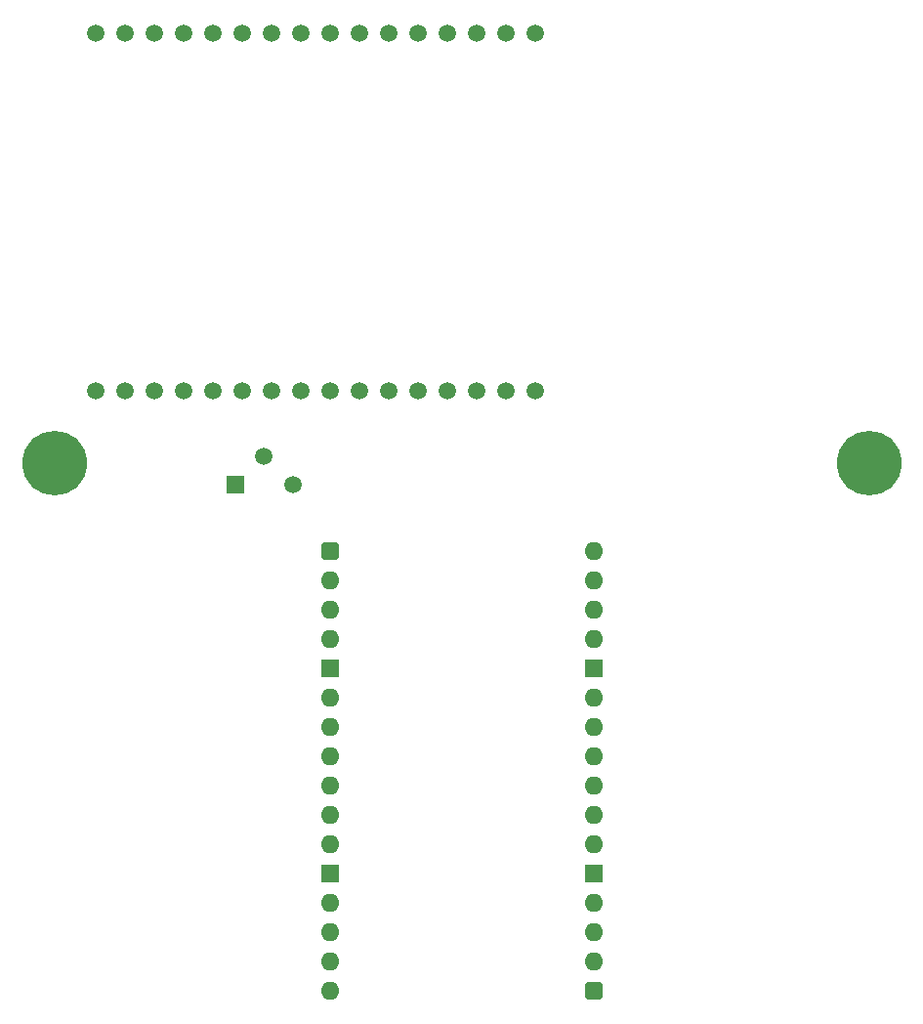
<source format=gbs>
%TF.GenerationSoftware,KiCad,Pcbnew,8.0.3*%
%TF.CreationDate,2024-06-25T18:04:22+02:00*%
%TF.ProjectId,LCD Display,4c434420-4469-4737-906c-61792e6b6963,rev?*%
%TF.SameCoordinates,PX8c7ecc0PY5e78920*%
%TF.FileFunction,Soldermask,Bot*%
%TF.FilePolarity,Negative*%
%FSLAX46Y46*%
G04 Gerber Fmt 4.6, Leading zero omitted, Abs format (unit mm)*
G04 Created by KiCad (PCBNEW 8.0.3) date 2024-06-25 18:04:22*
%MOMM*%
%LPD*%
G01*
G04 APERTURE LIST*
G04 Aperture macros list*
%AMRoundRect*
0 Rectangle with rounded corners*
0 $1 Rounding radius*
0 $2 $3 $4 $5 $6 $7 $8 $9 X,Y pos of 4 corners*
0 Add a 4 corners polygon primitive as box body*
4,1,4,$2,$3,$4,$5,$6,$7,$8,$9,$2,$3,0*
0 Add four circle primitives for the rounded corners*
1,1,$1+$1,$2,$3*
1,1,$1+$1,$4,$5*
1,1,$1+$1,$6,$7*
1,1,$1+$1,$8,$9*
0 Add four rect primitives between the rounded corners*
20,1,$1+$1,$2,$3,$4,$5,0*
20,1,$1+$1,$4,$5,$6,$7,0*
20,1,$1+$1,$6,$7,$8,$9,0*
20,1,$1+$1,$8,$9,$2,$3,0*%
G04 Aperture macros list end*
%ADD10C,5.600000*%
%ADD11C,1.500000*%
%ADD12R,1.500000X1.500000*%
%ADD13RoundRect,0.400000X-0.400000X-0.400000X0.400000X-0.400000X0.400000X0.400000X-0.400000X0.400000X0*%
%ADD14O,1.600000X1.600000*%
%ADD15R,1.600000X1.600000*%
G04 APERTURE END LIST*
D10*
%TO.C,H1*%
X-23881986Y7620000D03*
%TD*%
D11*
%TO.C,DS1*%
X17780000Y44837000D03*
X15240000Y44837000D03*
X12700000Y44837000D03*
X10160000Y44837000D03*
X7620000Y44837000D03*
X5080000Y44837000D03*
X2540000Y44837000D03*
X0Y44837000D03*
X-2540000Y44837000D03*
X-5080000Y44837000D03*
X-7620000Y44837000D03*
X-10160000Y44837000D03*
X-12700000Y44837000D03*
X-15240000Y44837000D03*
X-17780000Y44837000D03*
X-20320000Y44837000D03*
X17780000Y13837000D03*
X15240000Y13837000D03*
X12700000Y13837000D03*
X10160000Y13837000D03*
X7620000Y13837000D03*
X5080000Y13837000D03*
X2540000Y13837000D03*
X0Y13837000D03*
X-2540000Y13837000D03*
X-5080000Y13837000D03*
X-7620000Y13837000D03*
X-10160000Y13837000D03*
X-12700000Y13837000D03*
X-15240000Y13837000D03*
X-17780000Y13837000D03*
X-20320000Y13837000D03*
%TD*%
D10*
%TO.C,H2*%
X46724029Y7620000D03*
%TD*%
D12*
%TO.C,VR1*%
X-8215000Y5705000D03*
D11*
X-5715000Y8205000D03*
X-3215000Y5705000D03*
%TD*%
D13*
%TO.C,J1*%
X0Y0D03*
D14*
X0Y-2540000D03*
X0Y-5080000D03*
X0Y-7620000D03*
D15*
X0Y-10160000D03*
D14*
X0Y-12700000D03*
X0Y-15240000D03*
X0Y-17780000D03*
X0Y-20320000D03*
X0Y-22860000D03*
X0Y-25400000D03*
D15*
X0Y-27940000D03*
D14*
X0Y-30480000D03*
X0Y-33020000D03*
X0Y-35560000D03*
X0Y-38100000D03*
D13*
X22860000Y-38100000D03*
D14*
X22860000Y-35560000D03*
X22860000Y-33020000D03*
X22860000Y-30480000D03*
D15*
X22860000Y-27940000D03*
D14*
X22860000Y-25400000D03*
X22860000Y-22860000D03*
X22860000Y-20320000D03*
X22860000Y-17780000D03*
X22860000Y-15240000D03*
X22860000Y-12700000D03*
D15*
X22860000Y-10160000D03*
D14*
X22860000Y-7620000D03*
X22860000Y-5080000D03*
X22860000Y-2540000D03*
X22860000Y0D03*
%TD*%
M02*

</source>
